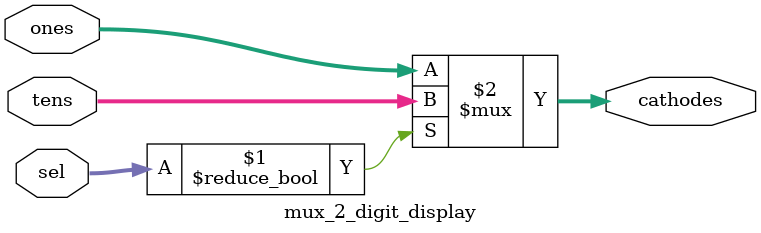
<source format=v>
module mux_2_digit_display (
    input [1:0] sel,				
	 input [7:0] tens,
    input [7:0] ones,
    output [7:0] cathodes			//	2-digit
	 //output reg [7:0] cathodes	//	4-digit
);
assign cathodes = sel ? tens : ones;

//	4-digit display demo
//always@(*) begin
//	case (sel)
//		2'b00: cathodes = ones;
//		2'b01: cathodes = tens;
//		2'b10: cathodes = ones;
//		2'b11: cathodes = tens;
//	endcase
//end
////
endmodule

</source>
